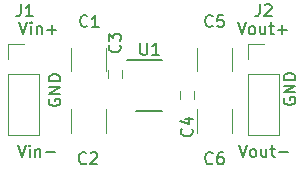
<source format=gbr>
G04 #@! TF.GenerationSoftware,KiCad,Pcbnew,(2017-06-16 revision 2018d4894)-master*
G04 #@! TF.CreationDate,2017-08-04T08:01:46+02:00*
G04 #@! TF.ProjectId,LT3032-breakout,4C54333033322D627265616B6F75742E,rev?*
G04 #@! TF.SameCoordinates,Original
G04 #@! TF.FileFunction,Legend,Top*
G04 #@! TF.FilePolarity,Positive*
%FSLAX46Y46*%
G04 Gerber Fmt 4.6, Leading zero omitted, Abs format (unit mm)*
G04 Created by KiCad (PCBNEW (2017-06-16 revision 2018d4894)-master) date Fri Aug  4 08:01:46 2017*
%MOMM*%
%LPD*%
G01*
G04 APERTURE LIST*
%ADD10C,0.100000*%
%ADD11C,0.150000*%
%ADD12C,0.120000*%
G04 APERTURE END LIST*
D10*
D11*
X144900000Y-72961904D02*
X144852380Y-73057142D01*
X144852380Y-73200000D01*
X144900000Y-73342857D01*
X144995238Y-73438095D01*
X145090476Y-73485714D01*
X145280952Y-73533333D01*
X145423809Y-73533333D01*
X145614285Y-73485714D01*
X145709523Y-73438095D01*
X145804761Y-73342857D01*
X145852380Y-73200000D01*
X145852380Y-73104761D01*
X145804761Y-72961904D01*
X145757142Y-72914285D01*
X145423809Y-72914285D01*
X145423809Y-73104761D01*
X145852380Y-72485714D02*
X144852380Y-72485714D01*
X145852380Y-71914285D01*
X144852380Y-71914285D01*
X145852380Y-71438095D02*
X144852380Y-71438095D01*
X144852380Y-71200000D01*
X144900000Y-71057142D01*
X144995238Y-70961904D01*
X145090476Y-70914285D01*
X145280952Y-70866666D01*
X145423809Y-70866666D01*
X145614285Y-70914285D01*
X145709523Y-70961904D01*
X145804761Y-71057142D01*
X145852380Y-71200000D01*
X145852380Y-71438095D01*
X142257142Y-76852380D02*
X142590476Y-77852380D01*
X142923809Y-76852380D01*
X143257142Y-77852380D02*
X143257142Y-77185714D01*
X143257142Y-76852380D02*
X143209523Y-76900000D01*
X143257142Y-76947619D01*
X143304761Y-76900000D01*
X143257142Y-76852380D01*
X143257142Y-76947619D01*
X143733333Y-77185714D02*
X143733333Y-77852380D01*
X143733333Y-77280952D02*
X143780952Y-77233333D01*
X143876190Y-77185714D01*
X144019047Y-77185714D01*
X144114285Y-77233333D01*
X144161904Y-77328571D01*
X144161904Y-77852380D01*
X144638095Y-77471428D02*
X145400000Y-77471428D01*
X142357142Y-66452380D02*
X142690476Y-67452380D01*
X143023809Y-66452380D01*
X143357142Y-67452380D02*
X143357142Y-66785714D01*
X143357142Y-66452380D02*
X143309523Y-66500000D01*
X143357142Y-66547619D01*
X143404761Y-66500000D01*
X143357142Y-66452380D01*
X143357142Y-66547619D01*
X143833333Y-66785714D02*
X143833333Y-67452380D01*
X143833333Y-66880952D02*
X143880952Y-66833333D01*
X143976190Y-66785714D01*
X144119047Y-66785714D01*
X144214285Y-66833333D01*
X144261904Y-66928571D01*
X144261904Y-67452380D01*
X144738095Y-67071428D02*
X145500000Y-67071428D01*
X145119047Y-67452380D02*
X145119047Y-66690476D01*
X160957142Y-76852380D02*
X161290476Y-77852380D01*
X161623809Y-76852380D01*
X162100000Y-77852380D02*
X162004761Y-77804761D01*
X161957142Y-77757142D01*
X161909523Y-77661904D01*
X161909523Y-77376190D01*
X161957142Y-77280952D01*
X162004761Y-77233333D01*
X162100000Y-77185714D01*
X162242857Y-77185714D01*
X162338095Y-77233333D01*
X162385714Y-77280952D01*
X162433333Y-77376190D01*
X162433333Y-77661904D01*
X162385714Y-77757142D01*
X162338095Y-77804761D01*
X162242857Y-77852380D01*
X162100000Y-77852380D01*
X163290476Y-77185714D02*
X163290476Y-77852380D01*
X162861904Y-77185714D02*
X162861904Y-77709523D01*
X162909523Y-77804761D01*
X163004761Y-77852380D01*
X163147619Y-77852380D01*
X163242857Y-77804761D01*
X163290476Y-77757142D01*
X163623809Y-77185714D02*
X164004761Y-77185714D01*
X163766666Y-76852380D02*
X163766666Y-77709523D01*
X163814285Y-77804761D01*
X163909523Y-77852380D01*
X164004761Y-77852380D01*
X164338095Y-77471428D02*
X165100000Y-77471428D01*
X160857142Y-66452380D02*
X161190476Y-67452380D01*
X161523809Y-66452380D01*
X162000000Y-67452380D02*
X161904761Y-67404761D01*
X161857142Y-67357142D01*
X161809523Y-67261904D01*
X161809523Y-66976190D01*
X161857142Y-66880952D01*
X161904761Y-66833333D01*
X162000000Y-66785714D01*
X162142857Y-66785714D01*
X162238095Y-66833333D01*
X162285714Y-66880952D01*
X162333333Y-66976190D01*
X162333333Y-67261904D01*
X162285714Y-67357142D01*
X162238095Y-67404761D01*
X162142857Y-67452380D01*
X162000000Y-67452380D01*
X163190476Y-66785714D02*
X163190476Y-67452380D01*
X162761904Y-66785714D02*
X162761904Y-67309523D01*
X162809523Y-67404761D01*
X162904761Y-67452380D01*
X163047619Y-67452380D01*
X163142857Y-67404761D01*
X163190476Y-67357142D01*
X163523809Y-66785714D02*
X163904761Y-66785714D01*
X163666666Y-66452380D02*
X163666666Y-67309523D01*
X163714285Y-67404761D01*
X163809523Y-67452380D01*
X163904761Y-67452380D01*
X164238095Y-67071428D02*
X165000000Y-67071428D01*
X164619047Y-67452380D02*
X164619047Y-66690476D01*
X164800000Y-72861904D02*
X164752380Y-72957142D01*
X164752380Y-73100000D01*
X164800000Y-73242857D01*
X164895238Y-73338095D01*
X164990476Y-73385714D01*
X165180952Y-73433333D01*
X165323809Y-73433333D01*
X165514285Y-73385714D01*
X165609523Y-73338095D01*
X165704761Y-73242857D01*
X165752380Y-73100000D01*
X165752380Y-73004761D01*
X165704761Y-72861904D01*
X165657142Y-72814285D01*
X165323809Y-72814285D01*
X165323809Y-73004761D01*
X165752380Y-72385714D02*
X164752380Y-72385714D01*
X165752380Y-71814285D01*
X164752380Y-71814285D01*
X165752380Y-71338095D02*
X164752380Y-71338095D01*
X164752380Y-71100000D01*
X164800000Y-70957142D01*
X164895238Y-70861904D01*
X164990476Y-70814285D01*
X165180952Y-70766666D01*
X165323809Y-70766666D01*
X165514285Y-70814285D01*
X165609523Y-70861904D01*
X165704761Y-70957142D01*
X165752380Y-71100000D01*
X165752380Y-71338095D01*
D12*
X149680000Y-70600000D02*
X149680000Y-68600000D01*
X146720000Y-68600000D02*
X146720000Y-70600000D01*
X146720000Y-73800000D02*
X146720000Y-75800000D01*
X149680000Y-75800000D02*
X149680000Y-73800000D01*
X151100000Y-70450000D02*
X151100000Y-71150000D01*
X149900000Y-71150000D02*
X149900000Y-70450000D01*
X156000000Y-72950000D02*
X156000000Y-72250000D01*
X157200000Y-72250000D02*
X157200000Y-72950000D01*
X160380000Y-70600000D02*
X160380000Y-68600000D01*
X157420000Y-68600000D02*
X157420000Y-70600000D01*
X157420000Y-73800000D02*
X157420000Y-75800000D01*
X160380000Y-75800000D02*
X160380000Y-73800000D01*
D11*
X151512500Y-69675000D02*
X154487500Y-69675000D01*
X152287500Y-73925000D02*
X154487500Y-73925000D01*
D12*
X141410000Y-68250000D02*
X142740000Y-68250000D01*
X141410000Y-69580000D02*
X141410000Y-68250000D01*
X141410000Y-70850000D02*
X144070000Y-70850000D01*
X144070000Y-70850000D02*
X144070000Y-75990000D01*
X141410000Y-70850000D02*
X141410000Y-75990000D01*
X141410000Y-75990000D02*
X144070000Y-75990000D01*
X161730000Y-68250000D02*
X163060000Y-68250000D01*
X161730000Y-69580000D02*
X161730000Y-68250000D01*
X161730000Y-70850000D02*
X164390000Y-70850000D01*
X164390000Y-70850000D02*
X164390000Y-75990000D01*
X161730000Y-70850000D02*
X161730000Y-75990000D01*
X161730000Y-75990000D02*
X164390000Y-75990000D01*
D11*
X148133333Y-66757142D02*
X148085714Y-66804761D01*
X147942857Y-66852380D01*
X147847619Y-66852380D01*
X147704761Y-66804761D01*
X147609523Y-66709523D01*
X147561904Y-66614285D01*
X147514285Y-66423809D01*
X147514285Y-66280952D01*
X147561904Y-66090476D01*
X147609523Y-65995238D01*
X147704761Y-65900000D01*
X147847619Y-65852380D01*
X147942857Y-65852380D01*
X148085714Y-65900000D01*
X148133333Y-65947619D01*
X149085714Y-66852380D02*
X148514285Y-66852380D01*
X148800000Y-66852380D02*
X148800000Y-65852380D01*
X148704761Y-65995238D01*
X148609523Y-66090476D01*
X148514285Y-66138095D01*
X148033333Y-78357142D02*
X147985714Y-78404761D01*
X147842857Y-78452380D01*
X147747619Y-78452380D01*
X147604761Y-78404761D01*
X147509523Y-78309523D01*
X147461904Y-78214285D01*
X147414285Y-78023809D01*
X147414285Y-77880952D01*
X147461904Y-77690476D01*
X147509523Y-77595238D01*
X147604761Y-77500000D01*
X147747619Y-77452380D01*
X147842857Y-77452380D01*
X147985714Y-77500000D01*
X148033333Y-77547619D01*
X148414285Y-77547619D02*
X148461904Y-77500000D01*
X148557142Y-77452380D01*
X148795238Y-77452380D01*
X148890476Y-77500000D01*
X148938095Y-77547619D01*
X148985714Y-77642857D01*
X148985714Y-77738095D01*
X148938095Y-77880952D01*
X148366666Y-78452380D01*
X148985714Y-78452380D01*
X150857142Y-68366666D02*
X150904761Y-68414285D01*
X150952380Y-68557142D01*
X150952380Y-68652380D01*
X150904761Y-68795238D01*
X150809523Y-68890476D01*
X150714285Y-68938095D01*
X150523809Y-68985714D01*
X150380952Y-68985714D01*
X150190476Y-68938095D01*
X150095238Y-68890476D01*
X150000000Y-68795238D01*
X149952380Y-68652380D01*
X149952380Y-68557142D01*
X150000000Y-68414285D01*
X150047619Y-68366666D01*
X149952380Y-68033333D02*
X149952380Y-67414285D01*
X150333333Y-67747619D01*
X150333333Y-67604761D01*
X150380952Y-67509523D01*
X150428571Y-67461904D01*
X150523809Y-67414285D01*
X150761904Y-67414285D01*
X150857142Y-67461904D01*
X150904761Y-67509523D01*
X150952380Y-67604761D01*
X150952380Y-67890476D01*
X150904761Y-67985714D01*
X150857142Y-68033333D01*
X156957142Y-75466666D02*
X157004761Y-75514285D01*
X157052380Y-75657142D01*
X157052380Y-75752380D01*
X157004761Y-75895238D01*
X156909523Y-75990476D01*
X156814285Y-76038095D01*
X156623809Y-76085714D01*
X156480952Y-76085714D01*
X156290476Y-76038095D01*
X156195238Y-75990476D01*
X156100000Y-75895238D01*
X156052380Y-75752380D01*
X156052380Y-75657142D01*
X156100000Y-75514285D01*
X156147619Y-75466666D01*
X156385714Y-74609523D02*
X157052380Y-74609523D01*
X156004761Y-74847619D02*
X156719047Y-75085714D01*
X156719047Y-74466666D01*
X158733333Y-66757142D02*
X158685714Y-66804761D01*
X158542857Y-66852380D01*
X158447619Y-66852380D01*
X158304761Y-66804761D01*
X158209523Y-66709523D01*
X158161904Y-66614285D01*
X158114285Y-66423809D01*
X158114285Y-66280952D01*
X158161904Y-66090476D01*
X158209523Y-65995238D01*
X158304761Y-65900000D01*
X158447619Y-65852380D01*
X158542857Y-65852380D01*
X158685714Y-65900000D01*
X158733333Y-65947619D01*
X159638095Y-65852380D02*
X159161904Y-65852380D01*
X159114285Y-66328571D01*
X159161904Y-66280952D01*
X159257142Y-66233333D01*
X159495238Y-66233333D01*
X159590476Y-66280952D01*
X159638095Y-66328571D01*
X159685714Y-66423809D01*
X159685714Y-66661904D01*
X159638095Y-66757142D01*
X159590476Y-66804761D01*
X159495238Y-66852380D01*
X159257142Y-66852380D01*
X159161904Y-66804761D01*
X159114285Y-66757142D01*
X158733333Y-78357142D02*
X158685714Y-78404761D01*
X158542857Y-78452380D01*
X158447619Y-78452380D01*
X158304761Y-78404761D01*
X158209523Y-78309523D01*
X158161904Y-78214285D01*
X158114285Y-78023809D01*
X158114285Y-77880952D01*
X158161904Y-77690476D01*
X158209523Y-77595238D01*
X158304761Y-77500000D01*
X158447619Y-77452380D01*
X158542857Y-77452380D01*
X158685714Y-77500000D01*
X158733333Y-77547619D01*
X159590476Y-77452380D02*
X159400000Y-77452380D01*
X159304761Y-77500000D01*
X159257142Y-77547619D01*
X159161904Y-77690476D01*
X159114285Y-77880952D01*
X159114285Y-78261904D01*
X159161904Y-78357142D01*
X159209523Y-78404761D01*
X159304761Y-78452380D01*
X159495238Y-78452380D01*
X159590476Y-78404761D01*
X159638095Y-78357142D01*
X159685714Y-78261904D01*
X159685714Y-78023809D01*
X159638095Y-77928571D01*
X159590476Y-77880952D01*
X159495238Y-77833333D01*
X159304761Y-77833333D01*
X159209523Y-77880952D01*
X159161904Y-77928571D01*
X159114285Y-78023809D01*
X152625595Y-68202380D02*
X152625595Y-69011904D01*
X152673214Y-69107142D01*
X152720833Y-69154761D01*
X152816071Y-69202380D01*
X153006547Y-69202380D01*
X153101785Y-69154761D01*
X153149404Y-69107142D01*
X153197023Y-69011904D01*
X153197023Y-68202380D01*
X154197023Y-69202380D02*
X153625595Y-69202380D01*
X153911309Y-69202380D02*
X153911309Y-68202380D01*
X153816071Y-68345238D01*
X153720833Y-68440476D01*
X153625595Y-68488095D01*
X142506666Y-64932380D02*
X142506666Y-65646666D01*
X142459047Y-65789523D01*
X142363809Y-65884761D01*
X142220952Y-65932380D01*
X142125714Y-65932380D01*
X143506666Y-65932380D02*
X142935238Y-65932380D01*
X143220952Y-65932380D02*
X143220952Y-64932380D01*
X143125714Y-65075238D01*
X143030476Y-65170476D01*
X142935238Y-65218095D01*
X162726666Y-64922380D02*
X162726666Y-65636666D01*
X162679047Y-65779523D01*
X162583809Y-65874761D01*
X162440952Y-65922380D01*
X162345714Y-65922380D01*
X163155238Y-65017619D02*
X163202857Y-64970000D01*
X163298095Y-64922380D01*
X163536190Y-64922380D01*
X163631428Y-64970000D01*
X163679047Y-65017619D01*
X163726666Y-65112857D01*
X163726666Y-65208095D01*
X163679047Y-65350952D01*
X163107619Y-65922380D01*
X163726666Y-65922380D01*
M02*

</source>
